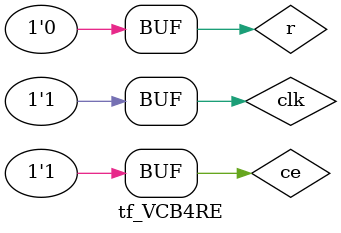
<source format=v>
`timescale 1ns / 1ps


module tf_VCB4RE;

	// Inputs
	reg ce;
	reg r;
	reg clk;

	// Outputs
	wire TC;
	wire CEO;
	wire [3:0] Q;

	// Instantiate the Unit Under Test (UUT)
	VCB4RE uut (
		.ce(ce), 
		.r(r), 
		.clk(clk), 
		.TC(TC), 
		.CEO(CEO), 
		.Q(Q)
	);
//�������� �������������� ������� ������������� clk
parameter Tclk=20; //������ ������� ������������� 20 ��
always begin clk=0; #(Tclk/2); clk=1; #(Tclk/2); end
// ��������� �������������� ������� ce
//parameter Tce=80; //������ ������� ce 80 ��
//always begin ce=1; #(5*Tce/8); ce=0; #(3*Tce/8); end //������ ����� ����� �������

	initial begin
		// Initialize Inputs
		ce = 0;
		r = 0;
		clk = 0;

		// Wait 100 ns for global reset to finish
		#100;
		ce = 1;
		r = 0;
		clk = 0;
		
	#80; ce = 0;
	#20; ce = 1;
	
	#35; r = 1;
	#25; r = 0;
	#300; ce = 0;
	#5; ce = 1;
	end
      
endmodule


</source>
